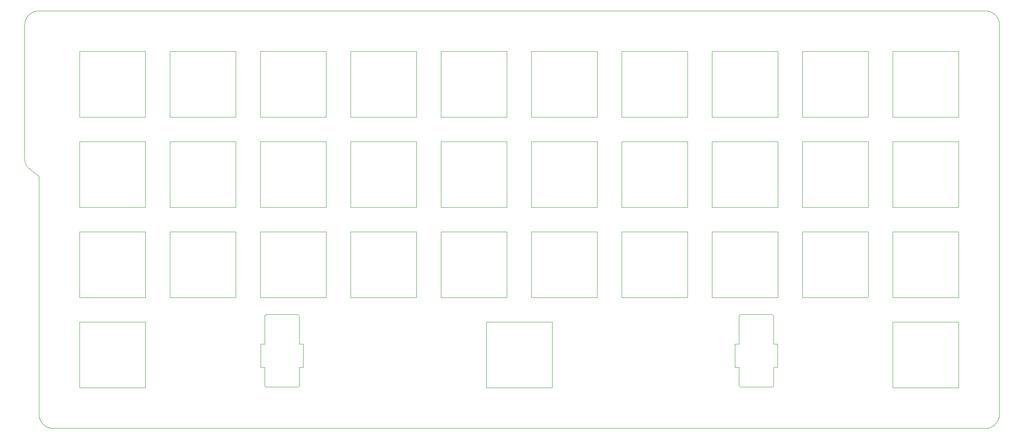
<source format=gbr>
G04 #@! TF.GenerationSoftware,KiCad,Pcbnew,(5.1.6-0-10_14)*
G04 #@! TF.CreationDate,2020-08-01T13:26:42+09:00*
G04 #@! TF.ProjectId,reviung33-top-plate,72657669-756e-4673-9333-2d746f702d70,rev0.3*
G04 #@! TF.SameCoordinates,Original*
G04 #@! TF.FileFunction,Profile,NP*
%FSLAX46Y46*%
G04 Gerber Fmt 4.6, Leading zero omitted, Abs format (unit mm)*
G04 Created by KiCad (PCBNEW (5.1.6-0-10_14)) date 2020-08-01 13:26:42*
%MOMM*%
%LPD*%
G01*
G04 APERTURE LIST*
G04 #@! TA.AperFunction,Profile*
%ADD10C,0.100000*%
G04 #@! TD*
G04 APERTURE END LIST*
D10*
X33025038Y-28444994D02*
X32870658Y-28448897D01*
X32870658Y-28448897D02*
X32718305Y-28460482D01*
X32718305Y-28460482D02*
X32568167Y-28479560D01*
X32568167Y-28479560D02*
X32420433Y-28505943D01*
X32420433Y-28505943D02*
X32275290Y-28539442D01*
X32275290Y-28539442D02*
X32132928Y-28579869D01*
X32132928Y-28579869D02*
X31993536Y-28627034D01*
X31993536Y-28627034D02*
X31857301Y-28680750D01*
X31857301Y-28680750D02*
X31724412Y-28740828D01*
X31724412Y-28740828D02*
X31595057Y-28807080D01*
X31595057Y-28807080D02*
X31469426Y-28879316D01*
X31469426Y-28879316D02*
X31347706Y-28957350D01*
X31347706Y-28957350D02*
X31230086Y-29040991D01*
X31230086Y-29040991D02*
X31116755Y-29130052D01*
X31116755Y-29130052D02*
X31007901Y-29224344D01*
X31007901Y-29224344D02*
X30903712Y-29323678D01*
X30903712Y-29323678D02*
X30804378Y-29427867D01*
X30804378Y-29427867D02*
X30710086Y-29536721D01*
X30710086Y-29536721D02*
X30621025Y-29650052D01*
X30621025Y-29650052D02*
X30537384Y-29767672D01*
X30537384Y-29767672D02*
X30459350Y-29889392D01*
X30459350Y-29889392D02*
X30387114Y-30015023D01*
X30387114Y-30015023D02*
X30320862Y-30144378D01*
X30320862Y-30144378D02*
X30260784Y-30277267D01*
X30260784Y-30277267D02*
X30207068Y-30413502D01*
X30207068Y-30413502D02*
X30159903Y-30552894D01*
X30159903Y-30552894D02*
X30119476Y-30695256D01*
X30119476Y-30695256D02*
X30085977Y-30840399D01*
X30085977Y-30840399D02*
X30059594Y-30988133D01*
X30059594Y-30988133D02*
X30040516Y-31138271D01*
X30040516Y-31138271D02*
X30028931Y-31290624D01*
X30028931Y-31290624D02*
X30025028Y-31445004D01*
X117800031Y-37019987D02*
X131700043Y-37019987D01*
X235525015Y-31445004D02*
X235521111Y-31290624D01*
X235521111Y-31290624D02*
X235509526Y-31138271D01*
X235509526Y-31138271D02*
X235490448Y-30988133D01*
X235490448Y-30988133D02*
X235464066Y-30840399D01*
X235464066Y-30840399D02*
X235430567Y-30695256D01*
X235430567Y-30695256D02*
X235390141Y-30552894D01*
X235390141Y-30552894D02*
X235342977Y-30413502D01*
X235342977Y-30413502D02*
X235289261Y-30277267D01*
X235289261Y-30277267D02*
X235229184Y-30144378D01*
X235229184Y-30144378D02*
X235162933Y-30015023D01*
X235162933Y-30015023D02*
X235090697Y-29889392D01*
X235090697Y-29889392D02*
X235012665Y-29767672D01*
X235012665Y-29767672D02*
X234929025Y-29650052D01*
X234929025Y-29650052D02*
X234839965Y-29536721D01*
X234839965Y-29536721D02*
X234745674Y-29427867D01*
X234745674Y-29427867D02*
X234646340Y-29323678D01*
X234646340Y-29323678D02*
X234542153Y-29224344D01*
X234542153Y-29224344D02*
X234433300Y-29130052D01*
X234433300Y-29130052D02*
X234319969Y-29040991D01*
X234319969Y-29040991D02*
X234202350Y-28957350D01*
X234202350Y-28957350D02*
X234080632Y-28879316D01*
X234080632Y-28879316D02*
X233955001Y-28807080D01*
X233955001Y-28807080D02*
X233825647Y-28740828D01*
X233825647Y-28740828D02*
X233692759Y-28680750D01*
X233692759Y-28680750D02*
X233556525Y-28627034D01*
X233556525Y-28627034D02*
X233417133Y-28579869D01*
X233417133Y-28579869D02*
X233274771Y-28539442D01*
X233274771Y-28539442D02*
X233129630Y-28505943D01*
X233129630Y-28505943D02*
X232981896Y-28479560D01*
X232981896Y-28479560D02*
X232831758Y-28460482D01*
X232831758Y-28460482D02*
X232679405Y-28448897D01*
X232679405Y-28448897D02*
X232525026Y-28444994D01*
X235525015Y-113645004D02*
X235525015Y-31445004D01*
X232525026Y-116644993D02*
X232679405Y-116641089D01*
X232679405Y-116641089D02*
X232831758Y-116629504D01*
X232831758Y-116629504D02*
X232981896Y-116610426D01*
X232981896Y-116610426D02*
X233129630Y-116584044D01*
X233129630Y-116584044D02*
X233274771Y-116550545D01*
X233274771Y-116550545D02*
X233417133Y-116510119D01*
X233417133Y-116510119D02*
X233556525Y-116462955D01*
X233556525Y-116462955D02*
X233692759Y-116409239D01*
X233692759Y-116409239D02*
X233825647Y-116349162D01*
X233825647Y-116349162D02*
X233955001Y-116282911D01*
X233955001Y-116282911D02*
X234080632Y-116210675D01*
X234080632Y-116210675D02*
X234202350Y-116132643D01*
X234202350Y-116132643D02*
X234319969Y-116049003D01*
X234319969Y-116049003D02*
X234433300Y-115959943D01*
X234433300Y-115959943D02*
X234542153Y-115865652D01*
X234542153Y-115865652D02*
X234646340Y-115766318D01*
X234646340Y-115766318D02*
X234745674Y-115662131D01*
X234745674Y-115662131D02*
X234839965Y-115553278D01*
X234839965Y-115553278D02*
X234929025Y-115439947D01*
X234929025Y-115439947D02*
X235012665Y-115322328D01*
X235012665Y-115322328D02*
X235090697Y-115200610D01*
X235090697Y-115200610D02*
X235162933Y-115074979D01*
X235162933Y-115074979D02*
X235229184Y-114945625D01*
X235229184Y-114945625D02*
X235289261Y-114812737D01*
X235289261Y-114812737D02*
X235342977Y-114676503D01*
X235342977Y-114676503D02*
X235390141Y-114537111D01*
X235390141Y-114537111D02*
X235430567Y-114394749D01*
X235430567Y-114394749D02*
X235464066Y-114249608D01*
X235464066Y-114249608D02*
X235490448Y-114101874D01*
X235490448Y-114101874D02*
X235509526Y-113951736D01*
X235509526Y-113951736D02*
X235521111Y-113799383D01*
X235521111Y-113799383D02*
X235525015Y-113645004D01*
X36025026Y-116644993D02*
X232525026Y-116644993D01*
X30734997Y-61544502D02*
X33025038Y-63478320D01*
X30025028Y-60015719D02*
X30028055Y-60125822D01*
X30028055Y-60125822D02*
X30037068Y-60235004D01*
X30037068Y-60235004D02*
X30051967Y-60343046D01*
X30051967Y-60343046D02*
X30072650Y-60449731D01*
X30072650Y-60449731D02*
X30099014Y-60554839D01*
X30099014Y-60554839D02*
X30130959Y-60658153D01*
X30130959Y-60658153D02*
X30168382Y-60759453D01*
X30168382Y-60759453D02*
X30211184Y-60858521D01*
X30211184Y-60858521D02*
X30259261Y-60955139D01*
X30259261Y-60955139D02*
X30312512Y-61049088D01*
X30312512Y-61049088D02*
X30370836Y-61140150D01*
X30370836Y-61140150D02*
X30434132Y-61228105D01*
X30434132Y-61228105D02*
X30502297Y-61312737D01*
X30502297Y-61312737D02*
X30575231Y-61393826D01*
X30575231Y-61393826D02*
X30652831Y-61471154D01*
X30652831Y-61471154D02*
X30734997Y-61544502D01*
X30025028Y-31445004D02*
X30025028Y-60015719D01*
X232525026Y-28444994D02*
X33025038Y-28444994D01*
X41600052Y-50919978D02*
X41600074Y-37019987D01*
X55500043Y-50920000D02*
X41600052Y-50919978D01*
X55500065Y-56069987D02*
X55500043Y-69970000D01*
X41600074Y-56069987D02*
X55500065Y-56069987D01*
X41600052Y-69969978D02*
X41600074Y-56069987D01*
X55500043Y-69970000D02*
X41600052Y-69969978D01*
X55500065Y-75119987D02*
X55500043Y-89020000D01*
X41600074Y-75119987D02*
X55500065Y-75119987D01*
X41600052Y-89019978D02*
X41600074Y-75119987D01*
X55500043Y-89020000D02*
X41600052Y-89019978D01*
X55500065Y-94169987D02*
X55500043Y-108070000D01*
X74550043Y-89020000D02*
X60650052Y-89019978D01*
X55500065Y-37019987D02*
X55500043Y-50920000D01*
X41600074Y-37019987D02*
X55500065Y-37019987D01*
X41600074Y-94169987D02*
X55500065Y-94169987D01*
X41600052Y-108069978D02*
X41600074Y-94169987D01*
X55500043Y-108070000D02*
X41600052Y-108069978D01*
X117800031Y-69969978D02*
X117800031Y-56069987D01*
X131700022Y-69970000D02*
X117800031Y-69969978D01*
X131700043Y-56069987D02*
X131700022Y-69970000D01*
X117800031Y-56069987D02*
X131700043Y-56069987D01*
X117800031Y-50919978D02*
X117800031Y-37019987D01*
X131700022Y-50920000D02*
X117800031Y-50919978D01*
X131700043Y-37019987D02*
X131700022Y-50920000D01*
X33025038Y-113645004D02*
X33028941Y-113799383D01*
X33028941Y-113799383D02*
X33040526Y-113951736D01*
X33040526Y-113951736D02*
X33059604Y-114101874D01*
X33059604Y-114101874D02*
X33085986Y-114249608D01*
X33085986Y-114249608D02*
X33119485Y-114394749D01*
X33119485Y-114394749D02*
X33159910Y-114537111D01*
X33159910Y-114537111D02*
X33207075Y-114676503D01*
X33207075Y-114676503D02*
X33260791Y-114812737D01*
X33260791Y-114812737D02*
X33320868Y-114945625D01*
X33320868Y-114945625D02*
X33387119Y-115074979D01*
X33387119Y-115074979D02*
X33459354Y-115200610D01*
X33459354Y-115200610D02*
X33537387Y-115322328D01*
X33537387Y-115322328D02*
X33621027Y-115439947D01*
X33621027Y-115439947D02*
X33710087Y-115553278D01*
X33710087Y-115553278D02*
X33804378Y-115662131D01*
X33804378Y-115662131D02*
X33903711Y-115766318D01*
X33903711Y-115766318D02*
X34007899Y-115865652D01*
X34007899Y-115865652D02*
X34116752Y-115959943D01*
X34116752Y-115959943D02*
X34230082Y-116049003D01*
X34230082Y-116049003D02*
X34347701Y-116132643D01*
X34347701Y-116132643D02*
X34469420Y-116210675D01*
X34469420Y-116210675D02*
X34595050Y-116282911D01*
X34595050Y-116282911D02*
X34724404Y-116349162D01*
X34724404Y-116349162D02*
X34857292Y-116409239D01*
X34857292Y-116409239D02*
X34993526Y-116462955D01*
X34993526Y-116462955D02*
X35132918Y-116510119D01*
X35132918Y-116510119D02*
X35275280Y-116550545D01*
X35275280Y-116550545D02*
X35420421Y-116584044D01*
X35420421Y-116584044D02*
X35568155Y-116610426D01*
X35568155Y-116610426D02*
X35718293Y-116629504D01*
X35718293Y-116629504D02*
X35870646Y-116641089D01*
X35870646Y-116641089D02*
X36025026Y-116644993D01*
X33025038Y-63478320D02*
X33025038Y-113645004D01*
X79760341Y-103735661D02*
X79760341Y-98845584D01*
X80595712Y-103735661D02*
X79760341Y-103735661D01*
X80595712Y-107605041D02*
X80595712Y-103735661D01*
X80845697Y-107855047D02*
X80737318Y-107830391D01*
X80737318Y-107830391D02*
X80652796Y-107764062D01*
X80652796Y-107764062D02*
X80603582Y-107667517D01*
X80603582Y-107667517D02*
X80595712Y-107605041D01*
X87670647Y-107855047D02*
X80845697Y-107855047D01*
X87920653Y-107605041D02*
X87896001Y-107713423D01*
X87896001Y-107713423D02*
X87829677Y-107797953D01*
X87829677Y-107797953D02*
X87733130Y-107847175D01*
X87733130Y-107847175D02*
X87670647Y-107855047D01*
X87920653Y-103735661D02*
X87920653Y-107605041D01*
X88756002Y-103735661D02*
X87920653Y-103735661D01*
X74550065Y-37019987D02*
X74550043Y-50920000D01*
X60650052Y-37019987D02*
X74550065Y-37019987D01*
X60650052Y-50919978D02*
X60650052Y-37019987D01*
X74550043Y-50920000D02*
X60650052Y-50919978D01*
X74550065Y-56069987D02*
X74550043Y-69970000D01*
X60650052Y-56069987D02*
X74550065Y-56069987D01*
X60650052Y-69969978D02*
X60650052Y-56069987D01*
X74550043Y-69970000D02*
X60650052Y-69969978D01*
X74550065Y-75119987D02*
X74550043Y-89020000D01*
X60650052Y-75119987D02*
X74550065Y-75119987D01*
X60650052Y-89019978D02*
X60650052Y-75119987D01*
X79700052Y-37019987D02*
X93600043Y-37019987D01*
X79700031Y-50919978D02*
X79700052Y-37019987D01*
X93600043Y-50920000D02*
X79700031Y-50919978D01*
X93600043Y-56069987D02*
X93600043Y-69970000D01*
X79700052Y-56069987D02*
X93600043Y-56069987D01*
X79700031Y-69969978D02*
X79700052Y-56069987D01*
X93600043Y-69970000D02*
X79700031Y-69969978D01*
X93600043Y-75119987D02*
X93600043Y-89020000D01*
X79700052Y-75119987D02*
X93600043Y-75119987D01*
X79700031Y-89019978D02*
X79700052Y-75119987D01*
X93600043Y-89020000D02*
X79700031Y-89019978D01*
X88756002Y-98845584D02*
X88756002Y-103735661D01*
X87920653Y-98845584D02*
X88756002Y-98845584D01*
X87920653Y-93090208D02*
X87920653Y-98845584D01*
X87420662Y-92590195D02*
X87521423Y-92600353D01*
X87521423Y-92600353D02*
X87637422Y-92639502D01*
X87637422Y-92639502D02*
X87738697Y-92704374D01*
X87738697Y-92704374D02*
X87821318Y-92791043D01*
X87821318Y-92791043D02*
X87881359Y-92895581D01*
X87881359Y-92895581D02*
X87914891Y-93014061D01*
X87914891Y-93014061D02*
X87920653Y-93090208D01*
X81095703Y-92590195D02*
X87420662Y-92590195D01*
X80595712Y-93090208D02*
X80605869Y-92989438D01*
X80605869Y-92989438D02*
X80645015Y-92873433D01*
X80645015Y-92873433D02*
X80709882Y-92772154D01*
X80709882Y-92772154D02*
X80796546Y-92689530D01*
X80796546Y-92689530D02*
X80901080Y-92629489D01*
X80901080Y-92629489D02*
X81019557Y-92595956D01*
X81019557Y-92595956D02*
X81095703Y-92590195D01*
X80595712Y-98845584D02*
X80595712Y-93090208D01*
X79760341Y-98845584D02*
X80595712Y-98845584D01*
X141225022Y-94169987D02*
X141225000Y-108070000D01*
X127325031Y-94169987D02*
X141225022Y-94169987D01*
X127325009Y-108069978D02*
X127325031Y-94169987D01*
X141225000Y-108070000D02*
X127325009Y-108069978D01*
X117800031Y-89019978D02*
X117800031Y-75119987D01*
X131700022Y-89020000D02*
X117800031Y-89019978D01*
X131700043Y-75119987D02*
X131700022Y-89020000D01*
X117800031Y-75119987D02*
X131700043Y-75119987D01*
X112650043Y-37019987D02*
X112650022Y-50920000D01*
X98750052Y-37019987D02*
X112650043Y-37019987D01*
X98750031Y-50919978D02*
X98750052Y-37019987D01*
X112650022Y-50920000D02*
X98750031Y-50919978D01*
X112650043Y-56069987D02*
X112650022Y-69970000D01*
X98750052Y-56069987D02*
X112650043Y-56069987D01*
X98750031Y-69969978D02*
X98750052Y-56069987D01*
X112650022Y-69970000D02*
X98750031Y-69969978D01*
X112650043Y-75119987D02*
X112650022Y-89020000D01*
X98750052Y-75119987D02*
X112650043Y-75119987D01*
X98750031Y-89019978D02*
X98750052Y-75119987D01*
X112650022Y-89020000D02*
X98750031Y-89019978D01*
X93600043Y-37019987D02*
X93600043Y-50920000D01*
X169800000Y-50920000D02*
X155900009Y-50919978D01*
X169800022Y-56069987D02*
X169800000Y-69970000D01*
X155900031Y-56069987D02*
X169800022Y-56069987D01*
X155900009Y-69969978D02*
X155900031Y-56069987D01*
X169800000Y-69970000D02*
X155900009Y-69969978D01*
X169800022Y-75119987D02*
X169800000Y-89020000D01*
X155900031Y-75119987D02*
X169800022Y-75119987D01*
X155900009Y-89019978D02*
X155900031Y-75119987D01*
X169800000Y-89020000D02*
X155900009Y-89019978D01*
X150750022Y-37019987D02*
X150750022Y-50920000D01*
X136850031Y-37019987D02*
X150750022Y-37019987D01*
X136850009Y-50919978D02*
X136850031Y-37019987D01*
X150750022Y-50920000D02*
X136850009Y-50919978D01*
X150750022Y-56069987D02*
X150750022Y-69970000D01*
X136850031Y-56069987D02*
X150750022Y-56069987D01*
X136850009Y-69969978D02*
X136850031Y-56069987D01*
X150750022Y-69970000D02*
X136850009Y-69969978D01*
X150750022Y-75119987D02*
X150750022Y-89020000D01*
X136850031Y-75119987D02*
X150750022Y-75119987D01*
X136850009Y-89019978D02*
X136850031Y-75119987D01*
X150750022Y-89020000D02*
X136850009Y-89019978D01*
X187937438Y-93090208D02*
X187937438Y-98845584D01*
X187437447Y-92590195D02*
X187538215Y-92600353D01*
X187538215Y-92600353D02*
X187654217Y-92639502D01*
X187654217Y-92639502D02*
X187755491Y-92704374D01*
X187755491Y-92704374D02*
X187838110Y-92791043D01*
X187838110Y-92791043D02*
X187898147Y-92895581D01*
X187898147Y-92895581D02*
X187931677Y-93014061D01*
X187931677Y-93014061D02*
X187937438Y-93090208D01*
X181112488Y-92590195D02*
X187437447Y-92590195D01*
X180612497Y-93090208D02*
X180622655Y-92989438D01*
X180622655Y-92989438D02*
X180661803Y-92873433D01*
X180661803Y-92873433D02*
X180726674Y-92772154D01*
X180726674Y-92772154D02*
X180813341Y-92689530D01*
X180813341Y-92689530D02*
X180917874Y-92629489D01*
X180917874Y-92629489D02*
X181036347Y-92595956D01*
X181036347Y-92595956D02*
X181112488Y-92590195D01*
X180612497Y-98845584D02*
X180612497Y-93090208D01*
X179777148Y-98845584D02*
X180612497Y-98845584D01*
X179777148Y-103735661D02*
X179777148Y-98845584D01*
X180612497Y-103735661D02*
X179777148Y-103735661D01*
X180612497Y-107605041D02*
X180612497Y-103735661D01*
X180862503Y-107855047D02*
X180754111Y-107830391D01*
X180754111Y-107830391D02*
X180669583Y-107764062D01*
X180669583Y-107764062D02*
X180620367Y-107667517D01*
X180620367Y-107667517D02*
X180612497Y-107605041D01*
X187687453Y-107855047D02*
X180862503Y-107855047D01*
X187937438Y-107605041D02*
X187912786Y-107713423D01*
X187912786Y-107713423D02*
X187846466Y-107797953D01*
X187846466Y-107797953D02*
X187749927Y-107847175D01*
X187749927Y-107847175D02*
X187687453Y-107855047D01*
X187937438Y-103735661D02*
X187937438Y-107605041D01*
X188772809Y-103735661D02*
X187937438Y-103735661D01*
X169800022Y-37019987D02*
X169800000Y-50920000D01*
X155900031Y-37019987D02*
X169800022Y-37019987D01*
X155900009Y-50919978D02*
X155900031Y-37019987D01*
X207900000Y-69970000D02*
X193999987Y-69969978D01*
X207900000Y-75119987D02*
X207900000Y-89020000D01*
X194000009Y-75119987D02*
X207900000Y-75119987D01*
X193999987Y-89019978D02*
X194000009Y-75119987D01*
X207900000Y-89020000D02*
X193999987Y-89019978D01*
X188850022Y-37019987D02*
X188850000Y-50920000D01*
X174950009Y-37019987D02*
X188850022Y-37019987D01*
X174950009Y-50919978D02*
X174950009Y-37019987D01*
X188850000Y-50920000D02*
X174950009Y-50919978D01*
X188850022Y-56069987D02*
X188850000Y-69970000D01*
X174950009Y-56069987D02*
X188850022Y-56069987D01*
X174950009Y-69969978D02*
X174950009Y-56069987D01*
X188850000Y-69970000D02*
X174950009Y-69969978D01*
X188850022Y-75119987D02*
X188850000Y-89020000D01*
X174950009Y-75119987D02*
X188850022Y-75119987D01*
X174950009Y-89019978D02*
X174950009Y-75119987D01*
X188850000Y-89020000D02*
X174950009Y-89019978D01*
X188772809Y-98845584D02*
X188772809Y-103735661D01*
X187937438Y-98845584D02*
X188772809Y-98845584D01*
X207900000Y-56069987D02*
X207900000Y-69970000D01*
X194000009Y-56069987D02*
X207900000Y-56069987D01*
X193999987Y-69969978D02*
X194000009Y-56069987D01*
X213049987Y-75119987D02*
X226950000Y-75119987D01*
X213049987Y-89019978D02*
X213049987Y-75119987D01*
X226949979Y-89020000D02*
X213049987Y-89019978D01*
X226950000Y-94169987D02*
X226949979Y-108070000D01*
X226950000Y-37019987D02*
X226949979Y-50920000D01*
X213049987Y-37019987D02*
X226950000Y-37019987D01*
X213049987Y-50919978D02*
X213049987Y-37019987D01*
X226949979Y-50920000D02*
X213049987Y-50919978D01*
X226950000Y-56069987D02*
X226949979Y-69970000D01*
X213049987Y-56069987D02*
X226950000Y-56069987D01*
X213049987Y-69969978D02*
X213049987Y-56069987D01*
X226949979Y-69970000D02*
X213049987Y-69969978D01*
X226950000Y-75119987D02*
X226949979Y-89020000D01*
X213049987Y-94169987D02*
X226950000Y-94169987D01*
X213049987Y-108069978D02*
X213049987Y-94169987D01*
X226949979Y-108070000D02*
X213049987Y-108069978D01*
X207900000Y-37019987D02*
X207900000Y-50920000D01*
X194000009Y-37019987D02*
X207900000Y-37019987D01*
X193999987Y-50919978D02*
X194000009Y-37019987D01*
X207900000Y-50920000D02*
X193999987Y-50919978D01*
M02*

</source>
